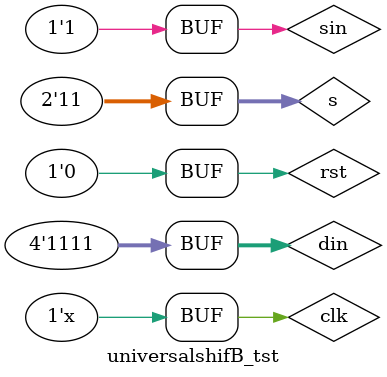
<source format=v>
`timescale 1ns / 1ps


module universalshifB_tst;

	// Inputs
	reg clk;
	reg rst;
	reg [1:0] s;
	reg [3:0] din;
	reg sin;

	// Outputs
	wire [3:0] q;

	// Instantiate the Unit Under Test (UUT)
	universalshiftB uut (
		.clk(clk), 
		.rst(rst), 
		.s(s), 
		.din(din), 
		.sin(sin), 
		.q(q)
	);

	initial begin
		// Initialize Inputs
		clk = 0;
		rst = 0;
		s = 0;
		din = 4'b1001;
		sin = 0;

		// Wait 100 ns for global reset to finish
		
		#100;
		// Add stimulus here
		
		rst=1;
		#100;
		rst=0;
		#50;
		s=00; sin=1;
		#50;
		s=01; sin=1; 
		#50;
		s=10; 
		#50;
		s=11; din=4'b1111;
		

	end
      always #10 clk=~clk;
endmodule


</source>
